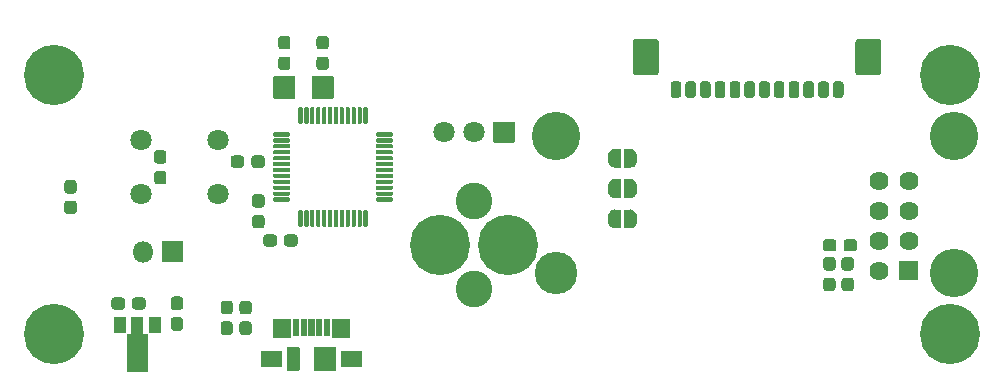
<source format=gbs>
%TF.GenerationSoftware,KiCad,Pcbnew,5.99.0-unknown-57e35c9~88~ubuntu19.10.1*%
%TF.CreationDate,2021-08-07T12:38:01-04:00*%
%TF.ProjectId,FOD,464f442e-6b69-4636-9164-5f7063625858,rev?*%
%TF.SameCoordinates,Original*%
%TF.FileFunction,Soldermask,Bot*%
%TF.FilePolarity,Negative*%
%FSLAX46Y46*%
G04 Gerber Fmt 4.6, Leading zero omitted, Abs format (unit mm)*
G04 Created by KiCad (PCBNEW 5.99.0-unknown-57e35c9~88~ubuntu19.10.1) date 2021-08-07 12:38:01*
%MOMM*%
%LPD*%
G01*
G04 APERTURE LIST*
%ADD10C,4.100000*%
%ADD11C,3.600000*%
%ADD12C,3.100000*%
%ADD13C,5.100000*%
%ADD14C,1.800000*%
%ADD15C,1.624000*%
%ADD16O,1.800000X1.800000*%
G04 APERTURE END LIST*
D10*
%TO.C,U6*%
X180654999Y-57104999D03*
X180654999Y-68744999D03*
X146954999Y-57104999D03*
D11*
X146954999Y-68744999D03*
D12*
X140004999Y-62600000D03*
X140004999Y-70049998D03*
D13*
X137154999Y-66324999D03*
X142854999Y-66324999D03*
X180354999Y-51924999D03*
X180354999Y-73924999D03*
X104454999Y-73924999D03*
X104454999Y-51924999D03*
%TD*%
%TO.C,JP3*%
G36*
X151914523Y-64954583D02*
G01*
X151772874Y-64933413D01*
X151759293Y-64929351D01*
X151629278Y-64869276D01*
X151617381Y-64861565D01*
X151509454Y-64767414D01*
X151500200Y-64756674D01*
X151423036Y-64636014D01*
X151417169Y-64623109D01*
X151376971Y-64485643D01*
X151374965Y-64470999D01*
X151375804Y-64402298D01*
X151375000Y-64399999D01*
X151375000Y-63971744D01*
X151375067Y-63971744D01*
X151374965Y-63971000D01*
X151375000Y-63968135D01*
X151375000Y-63900000D01*
X151375854Y-63898226D01*
X151376864Y-63815582D01*
X151379227Y-63800992D01*
X151422772Y-63664549D01*
X151428953Y-63651790D01*
X151509042Y-63533053D01*
X151518556Y-63522543D01*
X151628752Y-63431057D01*
X151640832Y-63423639D01*
X151772275Y-63366758D01*
X151785953Y-63363029D01*
X151928077Y-63345327D01*
X151942251Y-63345587D01*
X151969498Y-63350000D01*
X152425000Y-63350001D01*
X152464092Y-63368827D01*
X152475000Y-63400001D01*
X152475000Y-63828438D01*
X152475873Y-63835115D01*
X152475000Y-63906558D01*
X152475000Y-64328437D01*
X152475873Y-64335114D01*
X152475000Y-64406557D01*
X152474999Y-64900000D01*
X152456173Y-64939092D01*
X152424999Y-64950000D01*
X151962783Y-64950000D01*
X151928699Y-64954669D01*
X151914523Y-64954583D01*
G37*
G36*
X153214523Y-64954583D02*
G01*
X153183858Y-64950000D01*
X152725000Y-64949999D01*
X152685908Y-64931173D01*
X152675000Y-64899999D01*
X152675000Y-64471743D01*
X152675067Y-64471743D01*
X152674965Y-64470999D01*
X152675000Y-64468134D01*
X152675000Y-63971744D01*
X152675067Y-63971744D01*
X152674965Y-63971000D01*
X152675000Y-63968135D01*
X152675001Y-63400000D01*
X152693827Y-63360908D01*
X152725001Y-63350000D01*
X153190560Y-63350000D01*
X153228077Y-63345327D01*
X153242251Y-63345587D01*
X153383631Y-63368485D01*
X153397163Y-63372713D01*
X153526434Y-63434372D01*
X153538235Y-63442227D01*
X153645004Y-63537690D01*
X153654126Y-63548542D01*
X153729810Y-63670135D01*
X153735519Y-63683111D01*
X153774035Y-63821058D01*
X153775873Y-63835115D01*
X153775000Y-63906558D01*
X153775000Y-64328437D01*
X153775873Y-64335114D01*
X153774123Y-64478326D01*
X153771942Y-64492333D01*
X153730067Y-64629298D01*
X153724042Y-64642131D01*
X153645409Y-64761837D01*
X153636025Y-64772463D01*
X153526956Y-64865289D01*
X153514966Y-64872854D01*
X153384227Y-64931336D01*
X153370597Y-64935231D01*
X153228699Y-64954669D01*
X153214523Y-64954583D01*
G37*
%TD*%
%TO.C,JP2*%
G36*
X151914523Y-62379583D02*
G01*
X151772874Y-62358413D01*
X151759293Y-62354351D01*
X151629278Y-62294276D01*
X151617381Y-62286565D01*
X151509454Y-62192414D01*
X151500200Y-62181674D01*
X151423036Y-62061014D01*
X151417169Y-62048109D01*
X151376971Y-61910643D01*
X151374965Y-61895999D01*
X151375804Y-61827298D01*
X151375000Y-61824999D01*
X151375000Y-61396744D01*
X151375067Y-61396744D01*
X151374965Y-61396000D01*
X151375000Y-61393135D01*
X151375000Y-61325000D01*
X151375854Y-61323226D01*
X151376864Y-61240582D01*
X151379227Y-61225992D01*
X151422772Y-61089549D01*
X151428953Y-61076790D01*
X151509042Y-60958053D01*
X151518556Y-60947543D01*
X151628752Y-60856057D01*
X151640832Y-60848639D01*
X151772275Y-60791758D01*
X151785953Y-60788029D01*
X151928077Y-60770327D01*
X151942251Y-60770587D01*
X151969498Y-60775000D01*
X152425000Y-60775001D01*
X152464092Y-60793827D01*
X152475000Y-60825001D01*
X152475000Y-61253438D01*
X152475873Y-61260115D01*
X152475000Y-61331558D01*
X152475000Y-61753437D01*
X152475873Y-61760114D01*
X152475000Y-61831557D01*
X152474999Y-62325000D01*
X152456173Y-62364092D01*
X152424999Y-62375000D01*
X151962783Y-62375000D01*
X151928699Y-62379669D01*
X151914523Y-62379583D01*
G37*
G36*
X153214523Y-62379583D02*
G01*
X153183858Y-62375000D01*
X152725000Y-62374999D01*
X152685908Y-62356173D01*
X152675000Y-62324999D01*
X152675000Y-61896743D01*
X152675067Y-61896743D01*
X152674965Y-61895999D01*
X152675000Y-61893134D01*
X152675000Y-61396744D01*
X152675067Y-61396744D01*
X152674965Y-61396000D01*
X152675000Y-61393135D01*
X152675001Y-60825000D01*
X152693827Y-60785908D01*
X152725001Y-60775000D01*
X153190560Y-60775000D01*
X153228077Y-60770327D01*
X153242251Y-60770587D01*
X153383631Y-60793485D01*
X153397163Y-60797713D01*
X153526434Y-60859372D01*
X153538235Y-60867227D01*
X153645004Y-60962690D01*
X153654126Y-60973542D01*
X153729810Y-61095135D01*
X153735519Y-61108111D01*
X153774035Y-61246058D01*
X153775873Y-61260115D01*
X153775000Y-61331558D01*
X153775000Y-61753437D01*
X153775873Y-61760114D01*
X153774123Y-61903326D01*
X153771942Y-61917333D01*
X153730067Y-62054298D01*
X153724042Y-62067131D01*
X153645409Y-62186837D01*
X153636025Y-62197463D01*
X153526956Y-62290289D01*
X153514966Y-62297854D01*
X153384227Y-62356336D01*
X153370597Y-62360231D01*
X153228699Y-62379669D01*
X153214523Y-62379583D01*
G37*
%TD*%
%TO.C,JP1*%
G36*
X151914523Y-59804583D02*
G01*
X151772874Y-59783413D01*
X151759293Y-59779351D01*
X151629278Y-59719276D01*
X151617381Y-59711565D01*
X151509454Y-59617414D01*
X151500200Y-59606674D01*
X151423036Y-59486014D01*
X151417169Y-59473109D01*
X151376971Y-59335643D01*
X151374965Y-59320999D01*
X151375804Y-59252298D01*
X151375000Y-59249999D01*
X151375000Y-58821744D01*
X151375067Y-58821744D01*
X151374965Y-58821000D01*
X151375000Y-58818135D01*
X151375000Y-58750000D01*
X151375854Y-58748226D01*
X151376864Y-58665582D01*
X151379227Y-58650992D01*
X151422772Y-58514549D01*
X151428953Y-58501790D01*
X151509042Y-58383053D01*
X151518556Y-58372543D01*
X151628752Y-58281057D01*
X151640832Y-58273639D01*
X151772275Y-58216758D01*
X151785953Y-58213029D01*
X151928077Y-58195327D01*
X151942251Y-58195587D01*
X151969498Y-58200000D01*
X152425000Y-58200001D01*
X152464092Y-58218827D01*
X152475000Y-58250001D01*
X152475000Y-58678438D01*
X152475873Y-58685115D01*
X152475000Y-58756558D01*
X152475000Y-59178437D01*
X152475873Y-59185114D01*
X152475000Y-59256557D01*
X152474999Y-59750000D01*
X152456173Y-59789092D01*
X152424999Y-59800000D01*
X151962783Y-59800000D01*
X151928699Y-59804669D01*
X151914523Y-59804583D01*
G37*
G36*
X153214523Y-59804583D02*
G01*
X153183858Y-59800000D01*
X152725000Y-59799999D01*
X152685908Y-59781173D01*
X152675000Y-59749999D01*
X152675000Y-59321743D01*
X152675067Y-59321743D01*
X152674965Y-59320999D01*
X152675000Y-59318134D01*
X152675000Y-58821744D01*
X152675067Y-58821744D01*
X152674965Y-58821000D01*
X152675000Y-58818135D01*
X152675001Y-58250000D01*
X152693827Y-58210908D01*
X152725001Y-58200000D01*
X153190560Y-58200000D01*
X153228077Y-58195327D01*
X153242251Y-58195587D01*
X153383631Y-58218485D01*
X153397163Y-58222713D01*
X153526434Y-58284372D01*
X153538235Y-58292227D01*
X153645004Y-58387690D01*
X153654126Y-58398542D01*
X153729810Y-58520135D01*
X153735519Y-58533111D01*
X153774035Y-58671058D01*
X153775873Y-58685115D01*
X153775000Y-58756558D01*
X153775000Y-59178437D01*
X153775873Y-59185114D01*
X153774123Y-59328326D01*
X153771942Y-59342333D01*
X153730067Y-59479298D01*
X153724042Y-59492131D01*
X153645409Y-59611837D01*
X153636025Y-59622463D01*
X153526956Y-59715289D01*
X153514966Y-59722854D01*
X153384227Y-59781336D01*
X153370597Y-59785231D01*
X153228699Y-59804669D01*
X153214523Y-59804583D01*
G37*
%TD*%
%TO.C,J2*%
G36*
G01*
X172300000Y-51738200D02*
X172300000Y-49161800D01*
G75*
G02*
X172561800Y-48900000I261800J0D01*
G01*
X174238200Y-48900000D01*
G75*
G02*
X174500000Y-49161800I0J-261800D01*
G01*
X174500000Y-51738200D01*
G75*
G02*
X174238200Y-52000000I-261800J0D01*
G01*
X172561800Y-52000000D01*
G75*
G02*
X172300000Y-51738200I0J261800D01*
G01*
G37*
G36*
G01*
X153450000Y-51738200D02*
X153450000Y-49161800D01*
G75*
G02*
X153711800Y-48900000I261800J0D01*
G01*
X155388200Y-48900000D01*
G75*
G02*
X155650000Y-49161800I0J-261800D01*
G01*
X155650000Y-51738200D01*
G75*
G02*
X155388200Y-52000000I-261800J0D01*
G01*
X153711800Y-52000000D01*
G75*
G02*
X153450000Y-51738200I0J261800D01*
G01*
G37*
G36*
G01*
X170400000Y-53675000D02*
X170400000Y-52725000D01*
G75*
G02*
X170625000Y-52500000I225000J0D01*
G01*
X171075000Y-52500000D01*
G75*
G02*
X171300000Y-52725000I0J-225000D01*
G01*
X171300000Y-53675000D01*
G75*
G02*
X171075000Y-53900000I-225000J0D01*
G01*
X170625000Y-53900000D01*
G75*
G02*
X170400000Y-53675000I0J225000D01*
G01*
G37*
G36*
G01*
X169150000Y-53675000D02*
X169150000Y-52725000D01*
G75*
G02*
X169375000Y-52500000I225000J0D01*
G01*
X169825000Y-52500000D01*
G75*
G02*
X170050000Y-52725000I0J-225000D01*
G01*
X170050000Y-53675000D01*
G75*
G02*
X169825000Y-53900000I-225000J0D01*
G01*
X169375000Y-53900000D01*
G75*
G02*
X169150000Y-53675000I0J225000D01*
G01*
G37*
G36*
G01*
X167900000Y-53675000D02*
X167900000Y-52725000D01*
G75*
G02*
X168125000Y-52500000I225000J0D01*
G01*
X168575000Y-52500000D01*
G75*
G02*
X168800000Y-52725000I0J-225000D01*
G01*
X168800000Y-53675000D01*
G75*
G02*
X168575000Y-53900000I-225000J0D01*
G01*
X168125000Y-53900000D01*
G75*
G02*
X167900000Y-53675000I0J225000D01*
G01*
G37*
G36*
G01*
X166650000Y-53675000D02*
X166650000Y-52725000D01*
G75*
G02*
X166875000Y-52500000I225000J0D01*
G01*
X167325000Y-52500000D01*
G75*
G02*
X167550000Y-52725000I0J-225000D01*
G01*
X167550000Y-53675000D01*
G75*
G02*
X167325000Y-53900000I-225000J0D01*
G01*
X166875000Y-53900000D01*
G75*
G02*
X166650000Y-53675000I0J225000D01*
G01*
G37*
G36*
G01*
X165400000Y-53675000D02*
X165400000Y-52725000D01*
G75*
G02*
X165625000Y-52500000I225000J0D01*
G01*
X166075000Y-52500000D01*
G75*
G02*
X166300000Y-52725000I0J-225000D01*
G01*
X166300000Y-53675000D01*
G75*
G02*
X166075000Y-53900000I-225000J0D01*
G01*
X165625000Y-53900000D01*
G75*
G02*
X165400000Y-53675000I0J225000D01*
G01*
G37*
G36*
G01*
X164150000Y-53675000D02*
X164150000Y-52725000D01*
G75*
G02*
X164375000Y-52500000I225000J0D01*
G01*
X164825000Y-52500000D01*
G75*
G02*
X165050000Y-52725000I0J-225000D01*
G01*
X165050000Y-53675000D01*
G75*
G02*
X164825000Y-53900000I-225000J0D01*
G01*
X164375000Y-53900000D01*
G75*
G02*
X164150000Y-53675000I0J225000D01*
G01*
G37*
G36*
G01*
X162900000Y-53675000D02*
X162900000Y-52725000D01*
G75*
G02*
X163125000Y-52500000I225000J0D01*
G01*
X163575000Y-52500000D01*
G75*
G02*
X163800000Y-52725000I0J-225000D01*
G01*
X163800000Y-53675000D01*
G75*
G02*
X163575000Y-53900000I-225000J0D01*
G01*
X163125000Y-53900000D01*
G75*
G02*
X162900000Y-53675000I0J225000D01*
G01*
G37*
G36*
G01*
X161650000Y-53675000D02*
X161650000Y-52725000D01*
G75*
G02*
X161875000Y-52500000I225000J0D01*
G01*
X162325000Y-52500000D01*
G75*
G02*
X162550000Y-52725000I0J-225000D01*
G01*
X162550000Y-53675000D01*
G75*
G02*
X162325000Y-53900000I-225000J0D01*
G01*
X161875000Y-53900000D01*
G75*
G02*
X161650000Y-53675000I0J225000D01*
G01*
G37*
G36*
G01*
X160400000Y-53675000D02*
X160400000Y-52725000D01*
G75*
G02*
X160625000Y-52500000I225000J0D01*
G01*
X161075000Y-52500000D01*
G75*
G02*
X161300000Y-52725000I0J-225000D01*
G01*
X161300000Y-53675000D01*
G75*
G02*
X161075000Y-53900000I-225000J0D01*
G01*
X160625000Y-53900000D01*
G75*
G02*
X160400000Y-53675000I0J225000D01*
G01*
G37*
G36*
G01*
X159150000Y-53675000D02*
X159150000Y-52725000D01*
G75*
G02*
X159375000Y-52500000I225000J0D01*
G01*
X159825000Y-52500000D01*
G75*
G02*
X160050000Y-52725000I0J-225000D01*
G01*
X160050000Y-53675000D01*
G75*
G02*
X159825000Y-53900000I-225000J0D01*
G01*
X159375000Y-53900000D01*
G75*
G02*
X159150000Y-53675000I0J225000D01*
G01*
G37*
G36*
G01*
X157900000Y-53675000D02*
X157900000Y-52725000D01*
G75*
G02*
X158125000Y-52500000I225000J0D01*
G01*
X158575000Y-52500000D01*
G75*
G02*
X158800000Y-52725000I0J-225000D01*
G01*
X158800000Y-53675000D01*
G75*
G02*
X158575000Y-53900000I-225000J0D01*
G01*
X158125000Y-53900000D01*
G75*
G02*
X157900000Y-53675000I0J225000D01*
G01*
G37*
G36*
G01*
X156650000Y-53675000D02*
X156650000Y-52725000D01*
G75*
G02*
X156875000Y-52500000I225000J0D01*
G01*
X157325000Y-52500000D01*
G75*
G02*
X157550000Y-52725000I0J-225000D01*
G01*
X157550000Y-53675000D01*
G75*
G02*
X157325000Y-53900000I-225000J0D01*
G01*
X156875000Y-53900000D01*
G75*
G02*
X156650000Y-53675000I0J225000D01*
G01*
G37*
%TD*%
%TO.C,U1*%
G36*
G01*
X124425000Y-56875000D02*
X124425000Y-57125000D01*
G75*
G02*
X124375000Y-57175000I-50000J0D01*
G01*
X123075000Y-57175000D01*
G75*
G02*
X123025000Y-57125000I0J50000D01*
G01*
X123025000Y-56875000D01*
G75*
G02*
X123075000Y-56825000I50000J0D01*
G01*
X124375000Y-56825000D01*
G75*
G02*
X124425000Y-56875000I0J-50000D01*
G01*
G37*
G36*
G01*
X124425000Y-57375000D02*
X124425000Y-57625000D01*
G75*
G02*
X124375000Y-57675000I-50000J0D01*
G01*
X123075000Y-57675000D01*
G75*
G02*
X123025000Y-57625000I0J50000D01*
G01*
X123025000Y-57375000D01*
G75*
G02*
X123075000Y-57325000I50000J0D01*
G01*
X124375000Y-57325000D01*
G75*
G02*
X124425000Y-57375000I0J-50000D01*
G01*
G37*
G36*
G01*
X124425000Y-57875000D02*
X124425000Y-58125000D01*
G75*
G02*
X124375000Y-58175000I-50000J0D01*
G01*
X123075000Y-58175000D01*
G75*
G02*
X123025000Y-58125000I0J50000D01*
G01*
X123025000Y-57875000D01*
G75*
G02*
X123075000Y-57825000I50000J0D01*
G01*
X124375000Y-57825000D01*
G75*
G02*
X124425000Y-57875000I0J-50000D01*
G01*
G37*
G36*
G01*
X124425000Y-58375000D02*
X124425000Y-58625000D01*
G75*
G02*
X124375000Y-58675000I-50000J0D01*
G01*
X123075000Y-58675000D01*
G75*
G02*
X123025000Y-58625000I0J50000D01*
G01*
X123025000Y-58375000D01*
G75*
G02*
X123075000Y-58325000I50000J0D01*
G01*
X124375000Y-58325000D01*
G75*
G02*
X124425000Y-58375000I0J-50000D01*
G01*
G37*
G36*
G01*
X124425000Y-58875000D02*
X124425000Y-59125000D01*
G75*
G02*
X124375000Y-59175000I-50000J0D01*
G01*
X123075000Y-59175000D01*
G75*
G02*
X123025000Y-59125000I0J50000D01*
G01*
X123025000Y-58875000D01*
G75*
G02*
X123075000Y-58825000I50000J0D01*
G01*
X124375000Y-58825000D01*
G75*
G02*
X124425000Y-58875000I0J-50000D01*
G01*
G37*
G36*
G01*
X124425000Y-59375000D02*
X124425000Y-59625000D01*
G75*
G02*
X124375000Y-59675000I-50000J0D01*
G01*
X123075000Y-59675000D01*
G75*
G02*
X123025000Y-59625000I0J50000D01*
G01*
X123025000Y-59375000D01*
G75*
G02*
X123075000Y-59325000I50000J0D01*
G01*
X124375000Y-59325000D01*
G75*
G02*
X124425000Y-59375000I0J-50000D01*
G01*
G37*
G36*
G01*
X124425000Y-59875000D02*
X124425000Y-60125000D01*
G75*
G02*
X124375000Y-60175000I-50000J0D01*
G01*
X123075000Y-60175000D01*
G75*
G02*
X123025000Y-60125000I0J50000D01*
G01*
X123025000Y-59875000D01*
G75*
G02*
X123075000Y-59825000I50000J0D01*
G01*
X124375000Y-59825000D01*
G75*
G02*
X124425000Y-59875000I0J-50000D01*
G01*
G37*
G36*
G01*
X124425000Y-60375000D02*
X124425000Y-60625000D01*
G75*
G02*
X124375000Y-60675000I-50000J0D01*
G01*
X123075000Y-60675000D01*
G75*
G02*
X123025000Y-60625000I0J50000D01*
G01*
X123025000Y-60375000D01*
G75*
G02*
X123075000Y-60325000I50000J0D01*
G01*
X124375000Y-60325000D01*
G75*
G02*
X124425000Y-60375000I0J-50000D01*
G01*
G37*
G36*
G01*
X124425000Y-60875000D02*
X124425000Y-61125000D01*
G75*
G02*
X124375000Y-61175000I-50000J0D01*
G01*
X123075000Y-61175000D01*
G75*
G02*
X123025000Y-61125000I0J50000D01*
G01*
X123025000Y-60875000D01*
G75*
G02*
X123075000Y-60825000I50000J0D01*
G01*
X124375000Y-60825000D01*
G75*
G02*
X124425000Y-60875000I0J-50000D01*
G01*
G37*
G36*
G01*
X124425000Y-61375000D02*
X124425000Y-61625000D01*
G75*
G02*
X124375000Y-61675000I-50000J0D01*
G01*
X123075000Y-61675000D01*
G75*
G02*
X123025000Y-61625000I0J50000D01*
G01*
X123025000Y-61375000D01*
G75*
G02*
X123075000Y-61325000I50000J0D01*
G01*
X124375000Y-61325000D01*
G75*
G02*
X124425000Y-61375000I0J-50000D01*
G01*
G37*
G36*
G01*
X124425000Y-61875000D02*
X124425000Y-62125000D01*
G75*
G02*
X124375000Y-62175000I-50000J0D01*
G01*
X123075000Y-62175000D01*
G75*
G02*
X123025000Y-62125000I0J50000D01*
G01*
X123025000Y-61875000D01*
G75*
G02*
X123075000Y-61825000I50000J0D01*
G01*
X124375000Y-61825000D01*
G75*
G02*
X124425000Y-61875000I0J-50000D01*
G01*
G37*
G36*
G01*
X124425000Y-62375000D02*
X124425000Y-62625000D01*
G75*
G02*
X124375000Y-62675000I-50000J0D01*
G01*
X123075000Y-62675000D01*
G75*
G02*
X123025000Y-62625000I0J50000D01*
G01*
X123025000Y-62375000D01*
G75*
G02*
X123075000Y-62325000I50000J0D01*
G01*
X124375000Y-62325000D01*
G75*
G02*
X124425000Y-62375000I0J-50000D01*
G01*
G37*
G36*
G01*
X125200000Y-63400000D02*
X125450000Y-63400000D01*
G75*
G02*
X125500000Y-63450000I0J-50000D01*
G01*
X125500000Y-64750000D01*
G75*
G02*
X125450000Y-64800000I-50000J0D01*
G01*
X125200000Y-64800000D01*
G75*
G02*
X125150000Y-64750000I0J50000D01*
G01*
X125150000Y-63450000D01*
G75*
G02*
X125200000Y-63400000I50000J0D01*
G01*
G37*
G36*
G01*
X125700000Y-63400000D02*
X125950000Y-63400000D01*
G75*
G02*
X126000000Y-63450000I0J-50000D01*
G01*
X126000000Y-64750000D01*
G75*
G02*
X125950000Y-64800000I-50000J0D01*
G01*
X125700000Y-64800000D01*
G75*
G02*
X125650000Y-64750000I0J50000D01*
G01*
X125650000Y-63450000D01*
G75*
G02*
X125700000Y-63400000I50000J0D01*
G01*
G37*
G36*
G01*
X126200000Y-63400000D02*
X126450000Y-63400000D01*
G75*
G02*
X126500000Y-63450000I0J-50000D01*
G01*
X126500000Y-64750000D01*
G75*
G02*
X126450000Y-64800000I-50000J0D01*
G01*
X126200000Y-64800000D01*
G75*
G02*
X126150000Y-64750000I0J50000D01*
G01*
X126150000Y-63450000D01*
G75*
G02*
X126200000Y-63400000I50000J0D01*
G01*
G37*
G36*
G01*
X126700000Y-63400000D02*
X126950000Y-63400000D01*
G75*
G02*
X127000000Y-63450000I0J-50000D01*
G01*
X127000000Y-64750000D01*
G75*
G02*
X126950000Y-64800000I-50000J0D01*
G01*
X126700000Y-64800000D01*
G75*
G02*
X126650000Y-64750000I0J50000D01*
G01*
X126650000Y-63450000D01*
G75*
G02*
X126700000Y-63400000I50000J0D01*
G01*
G37*
G36*
G01*
X127200000Y-63400000D02*
X127450000Y-63400000D01*
G75*
G02*
X127500000Y-63450000I0J-50000D01*
G01*
X127500000Y-64750000D01*
G75*
G02*
X127450000Y-64800000I-50000J0D01*
G01*
X127200000Y-64800000D01*
G75*
G02*
X127150000Y-64750000I0J50000D01*
G01*
X127150000Y-63450000D01*
G75*
G02*
X127200000Y-63400000I50000J0D01*
G01*
G37*
G36*
G01*
X127700000Y-63400000D02*
X127950000Y-63400000D01*
G75*
G02*
X128000000Y-63450000I0J-50000D01*
G01*
X128000000Y-64750000D01*
G75*
G02*
X127950000Y-64800000I-50000J0D01*
G01*
X127700000Y-64800000D01*
G75*
G02*
X127650000Y-64750000I0J50000D01*
G01*
X127650000Y-63450000D01*
G75*
G02*
X127700000Y-63400000I50000J0D01*
G01*
G37*
G36*
G01*
X128200000Y-63400000D02*
X128450000Y-63400000D01*
G75*
G02*
X128500000Y-63450000I0J-50000D01*
G01*
X128500000Y-64750000D01*
G75*
G02*
X128450000Y-64800000I-50000J0D01*
G01*
X128200000Y-64800000D01*
G75*
G02*
X128150000Y-64750000I0J50000D01*
G01*
X128150000Y-63450000D01*
G75*
G02*
X128200000Y-63400000I50000J0D01*
G01*
G37*
G36*
G01*
X128700000Y-63400000D02*
X128950000Y-63400000D01*
G75*
G02*
X129000000Y-63450000I0J-50000D01*
G01*
X129000000Y-64750000D01*
G75*
G02*
X128950000Y-64800000I-50000J0D01*
G01*
X128700000Y-64800000D01*
G75*
G02*
X128650000Y-64750000I0J50000D01*
G01*
X128650000Y-63450000D01*
G75*
G02*
X128700000Y-63400000I50000J0D01*
G01*
G37*
G36*
G01*
X129200000Y-63400000D02*
X129450000Y-63400000D01*
G75*
G02*
X129500000Y-63450000I0J-50000D01*
G01*
X129500000Y-64750000D01*
G75*
G02*
X129450000Y-64800000I-50000J0D01*
G01*
X129200000Y-64800000D01*
G75*
G02*
X129150000Y-64750000I0J50000D01*
G01*
X129150000Y-63450000D01*
G75*
G02*
X129200000Y-63400000I50000J0D01*
G01*
G37*
G36*
G01*
X129700000Y-63400000D02*
X129950000Y-63400000D01*
G75*
G02*
X130000000Y-63450000I0J-50000D01*
G01*
X130000000Y-64750000D01*
G75*
G02*
X129950000Y-64800000I-50000J0D01*
G01*
X129700000Y-64800000D01*
G75*
G02*
X129650000Y-64750000I0J50000D01*
G01*
X129650000Y-63450000D01*
G75*
G02*
X129700000Y-63400000I50000J0D01*
G01*
G37*
G36*
G01*
X130200000Y-63400000D02*
X130450000Y-63400000D01*
G75*
G02*
X130500000Y-63450000I0J-50000D01*
G01*
X130500000Y-64750000D01*
G75*
G02*
X130450000Y-64800000I-50000J0D01*
G01*
X130200000Y-64800000D01*
G75*
G02*
X130150000Y-64750000I0J50000D01*
G01*
X130150000Y-63450000D01*
G75*
G02*
X130200000Y-63400000I50000J0D01*
G01*
G37*
G36*
G01*
X130700000Y-63400000D02*
X130950000Y-63400000D01*
G75*
G02*
X131000000Y-63450000I0J-50000D01*
G01*
X131000000Y-64750000D01*
G75*
G02*
X130950000Y-64800000I-50000J0D01*
G01*
X130700000Y-64800000D01*
G75*
G02*
X130650000Y-64750000I0J50000D01*
G01*
X130650000Y-63450000D01*
G75*
G02*
X130700000Y-63400000I50000J0D01*
G01*
G37*
G36*
G01*
X133125000Y-62375000D02*
X133125000Y-62625000D01*
G75*
G02*
X133075000Y-62675000I-50000J0D01*
G01*
X131775000Y-62675000D01*
G75*
G02*
X131725000Y-62625000I0J50000D01*
G01*
X131725000Y-62375000D01*
G75*
G02*
X131775000Y-62325000I50000J0D01*
G01*
X133075000Y-62325000D01*
G75*
G02*
X133125000Y-62375000I0J-50000D01*
G01*
G37*
G36*
G01*
X133125000Y-61875000D02*
X133125000Y-62125000D01*
G75*
G02*
X133075000Y-62175000I-50000J0D01*
G01*
X131775000Y-62175000D01*
G75*
G02*
X131725000Y-62125000I0J50000D01*
G01*
X131725000Y-61875000D01*
G75*
G02*
X131775000Y-61825000I50000J0D01*
G01*
X133075000Y-61825000D01*
G75*
G02*
X133125000Y-61875000I0J-50000D01*
G01*
G37*
G36*
G01*
X133125000Y-61375000D02*
X133125000Y-61625000D01*
G75*
G02*
X133075000Y-61675000I-50000J0D01*
G01*
X131775000Y-61675000D01*
G75*
G02*
X131725000Y-61625000I0J50000D01*
G01*
X131725000Y-61375000D01*
G75*
G02*
X131775000Y-61325000I50000J0D01*
G01*
X133075000Y-61325000D01*
G75*
G02*
X133125000Y-61375000I0J-50000D01*
G01*
G37*
G36*
G01*
X133125000Y-60875000D02*
X133125000Y-61125000D01*
G75*
G02*
X133075000Y-61175000I-50000J0D01*
G01*
X131775000Y-61175000D01*
G75*
G02*
X131725000Y-61125000I0J50000D01*
G01*
X131725000Y-60875000D01*
G75*
G02*
X131775000Y-60825000I50000J0D01*
G01*
X133075000Y-60825000D01*
G75*
G02*
X133125000Y-60875000I0J-50000D01*
G01*
G37*
G36*
G01*
X133125000Y-60375000D02*
X133125000Y-60625000D01*
G75*
G02*
X133075000Y-60675000I-50000J0D01*
G01*
X131775000Y-60675000D01*
G75*
G02*
X131725000Y-60625000I0J50000D01*
G01*
X131725000Y-60375000D01*
G75*
G02*
X131775000Y-60325000I50000J0D01*
G01*
X133075000Y-60325000D01*
G75*
G02*
X133125000Y-60375000I0J-50000D01*
G01*
G37*
G36*
G01*
X133125000Y-59875000D02*
X133125000Y-60125000D01*
G75*
G02*
X133075000Y-60175000I-50000J0D01*
G01*
X131775000Y-60175000D01*
G75*
G02*
X131725000Y-60125000I0J50000D01*
G01*
X131725000Y-59875000D01*
G75*
G02*
X131775000Y-59825000I50000J0D01*
G01*
X133075000Y-59825000D01*
G75*
G02*
X133125000Y-59875000I0J-50000D01*
G01*
G37*
G36*
G01*
X133125000Y-59375000D02*
X133125000Y-59625000D01*
G75*
G02*
X133075000Y-59675000I-50000J0D01*
G01*
X131775000Y-59675000D01*
G75*
G02*
X131725000Y-59625000I0J50000D01*
G01*
X131725000Y-59375000D01*
G75*
G02*
X131775000Y-59325000I50000J0D01*
G01*
X133075000Y-59325000D01*
G75*
G02*
X133125000Y-59375000I0J-50000D01*
G01*
G37*
G36*
G01*
X133125000Y-58875000D02*
X133125000Y-59125000D01*
G75*
G02*
X133075000Y-59175000I-50000J0D01*
G01*
X131775000Y-59175000D01*
G75*
G02*
X131725000Y-59125000I0J50000D01*
G01*
X131725000Y-58875000D01*
G75*
G02*
X131775000Y-58825000I50000J0D01*
G01*
X133075000Y-58825000D01*
G75*
G02*
X133125000Y-58875000I0J-50000D01*
G01*
G37*
G36*
G01*
X133125000Y-58375000D02*
X133125000Y-58625000D01*
G75*
G02*
X133075000Y-58675000I-50000J0D01*
G01*
X131775000Y-58675000D01*
G75*
G02*
X131725000Y-58625000I0J50000D01*
G01*
X131725000Y-58375000D01*
G75*
G02*
X131775000Y-58325000I50000J0D01*
G01*
X133075000Y-58325000D01*
G75*
G02*
X133125000Y-58375000I0J-50000D01*
G01*
G37*
G36*
G01*
X133125000Y-57875000D02*
X133125000Y-58125000D01*
G75*
G02*
X133075000Y-58175000I-50000J0D01*
G01*
X131775000Y-58175000D01*
G75*
G02*
X131725000Y-58125000I0J50000D01*
G01*
X131725000Y-57875000D01*
G75*
G02*
X131775000Y-57825000I50000J0D01*
G01*
X133075000Y-57825000D01*
G75*
G02*
X133125000Y-57875000I0J-50000D01*
G01*
G37*
G36*
G01*
X133125000Y-57375000D02*
X133125000Y-57625000D01*
G75*
G02*
X133075000Y-57675000I-50000J0D01*
G01*
X131775000Y-57675000D01*
G75*
G02*
X131725000Y-57625000I0J50000D01*
G01*
X131725000Y-57375000D01*
G75*
G02*
X131775000Y-57325000I50000J0D01*
G01*
X133075000Y-57325000D01*
G75*
G02*
X133125000Y-57375000I0J-50000D01*
G01*
G37*
G36*
G01*
X133125000Y-56875000D02*
X133125000Y-57125000D01*
G75*
G02*
X133075000Y-57175000I-50000J0D01*
G01*
X131775000Y-57175000D01*
G75*
G02*
X131725000Y-57125000I0J50000D01*
G01*
X131725000Y-56875000D01*
G75*
G02*
X131775000Y-56825000I50000J0D01*
G01*
X133075000Y-56825000D01*
G75*
G02*
X133125000Y-56875000I0J-50000D01*
G01*
G37*
G36*
G01*
X130700000Y-54700000D02*
X130950000Y-54700000D01*
G75*
G02*
X131000000Y-54750000I0J-50000D01*
G01*
X131000000Y-56050000D01*
G75*
G02*
X130950000Y-56100000I-50000J0D01*
G01*
X130700000Y-56100000D01*
G75*
G02*
X130650000Y-56050000I0J50000D01*
G01*
X130650000Y-54750000D01*
G75*
G02*
X130700000Y-54700000I50000J0D01*
G01*
G37*
G36*
G01*
X130200000Y-54700000D02*
X130450000Y-54700000D01*
G75*
G02*
X130500000Y-54750000I0J-50000D01*
G01*
X130500000Y-56050000D01*
G75*
G02*
X130450000Y-56100000I-50000J0D01*
G01*
X130200000Y-56100000D01*
G75*
G02*
X130150000Y-56050000I0J50000D01*
G01*
X130150000Y-54750000D01*
G75*
G02*
X130200000Y-54700000I50000J0D01*
G01*
G37*
G36*
G01*
X129700000Y-54700000D02*
X129950000Y-54700000D01*
G75*
G02*
X130000000Y-54750000I0J-50000D01*
G01*
X130000000Y-56050000D01*
G75*
G02*
X129950000Y-56100000I-50000J0D01*
G01*
X129700000Y-56100000D01*
G75*
G02*
X129650000Y-56050000I0J50000D01*
G01*
X129650000Y-54750000D01*
G75*
G02*
X129700000Y-54700000I50000J0D01*
G01*
G37*
G36*
G01*
X129200000Y-54700000D02*
X129450000Y-54700000D01*
G75*
G02*
X129500000Y-54750000I0J-50000D01*
G01*
X129500000Y-56050000D01*
G75*
G02*
X129450000Y-56100000I-50000J0D01*
G01*
X129200000Y-56100000D01*
G75*
G02*
X129150000Y-56050000I0J50000D01*
G01*
X129150000Y-54750000D01*
G75*
G02*
X129200000Y-54700000I50000J0D01*
G01*
G37*
G36*
G01*
X128700000Y-54700000D02*
X128950000Y-54700000D01*
G75*
G02*
X129000000Y-54750000I0J-50000D01*
G01*
X129000000Y-56050000D01*
G75*
G02*
X128950000Y-56100000I-50000J0D01*
G01*
X128700000Y-56100000D01*
G75*
G02*
X128650000Y-56050000I0J50000D01*
G01*
X128650000Y-54750000D01*
G75*
G02*
X128700000Y-54700000I50000J0D01*
G01*
G37*
G36*
G01*
X128200000Y-54700000D02*
X128450000Y-54700000D01*
G75*
G02*
X128500000Y-54750000I0J-50000D01*
G01*
X128500000Y-56050000D01*
G75*
G02*
X128450000Y-56100000I-50000J0D01*
G01*
X128200000Y-56100000D01*
G75*
G02*
X128150000Y-56050000I0J50000D01*
G01*
X128150000Y-54750000D01*
G75*
G02*
X128200000Y-54700000I50000J0D01*
G01*
G37*
G36*
G01*
X127700000Y-54700000D02*
X127950000Y-54700000D01*
G75*
G02*
X128000000Y-54750000I0J-50000D01*
G01*
X128000000Y-56050000D01*
G75*
G02*
X127950000Y-56100000I-50000J0D01*
G01*
X127700000Y-56100000D01*
G75*
G02*
X127650000Y-56050000I0J50000D01*
G01*
X127650000Y-54750000D01*
G75*
G02*
X127700000Y-54700000I50000J0D01*
G01*
G37*
G36*
G01*
X127200000Y-54700000D02*
X127450000Y-54700000D01*
G75*
G02*
X127500000Y-54750000I0J-50000D01*
G01*
X127500000Y-56050000D01*
G75*
G02*
X127450000Y-56100000I-50000J0D01*
G01*
X127200000Y-56100000D01*
G75*
G02*
X127150000Y-56050000I0J50000D01*
G01*
X127150000Y-54750000D01*
G75*
G02*
X127200000Y-54700000I50000J0D01*
G01*
G37*
G36*
G01*
X126700000Y-54700000D02*
X126950000Y-54700000D01*
G75*
G02*
X127000000Y-54750000I0J-50000D01*
G01*
X127000000Y-56050000D01*
G75*
G02*
X126950000Y-56100000I-50000J0D01*
G01*
X126700000Y-56100000D01*
G75*
G02*
X126650000Y-56050000I0J50000D01*
G01*
X126650000Y-54750000D01*
G75*
G02*
X126700000Y-54700000I50000J0D01*
G01*
G37*
G36*
G01*
X126200000Y-54700000D02*
X126450000Y-54700000D01*
G75*
G02*
X126500000Y-54750000I0J-50000D01*
G01*
X126500000Y-56050000D01*
G75*
G02*
X126450000Y-56100000I-50000J0D01*
G01*
X126200000Y-56100000D01*
G75*
G02*
X126150000Y-56050000I0J50000D01*
G01*
X126150000Y-54750000D01*
G75*
G02*
X126200000Y-54700000I50000J0D01*
G01*
G37*
G36*
G01*
X125700000Y-54700000D02*
X125950000Y-54700000D01*
G75*
G02*
X126000000Y-54750000I0J-50000D01*
G01*
X126000000Y-56050000D01*
G75*
G02*
X125950000Y-56100000I-50000J0D01*
G01*
X125700000Y-56100000D01*
G75*
G02*
X125650000Y-56050000I0J50000D01*
G01*
X125650000Y-54750000D01*
G75*
G02*
X125700000Y-54700000I50000J0D01*
G01*
G37*
G36*
G01*
X125200000Y-54700000D02*
X125450000Y-54700000D01*
G75*
G02*
X125500000Y-54750000I0J-50000D01*
G01*
X125500000Y-56050000D01*
G75*
G02*
X125450000Y-56100000I-50000J0D01*
G01*
X125200000Y-56100000D01*
G75*
G02*
X125150000Y-56050000I0J50000D01*
G01*
X125150000Y-54750000D01*
G75*
G02*
X125200000Y-54700000I50000J0D01*
G01*
G37*
%TD*%
%TO.C,R7*%
G36*
G01*
X171300000Y-66637500D02*
X171300000Y-66112500D01*
G75*
G02*
X171562500Y-65850000I262500J0D01*
G01*
X172187500Y-65850000D01*
G75*
G02*
X172450000Y-66112500I0J-262500D01*
G01*
X172450000Y-66637500D01*
G75*
G02*
X172187500Y-66900000I-262500J0D01*
G01*
X171562500Y-66900000D01*
G75*
G02*
X171300000Y-66637500I0J262500D01*
G01*
G37*
G36*
G01*
X169550000Y-66637500D02*
X169550000Y-66112500D01*
G75*
G02*
X169812500Y-65850000I262500J0D01*
G01*
X170437500Y-65850000D01*
G75*
G02*
X170700000Y-66112500I0J-262500D01*
G01*
X170700000Y-66637500D01*
G75*
G02*
X170437500Y-66900000I-262500J0D01*
G01*
X169812500Y-66900000D01*
G75*
G02*
X169550000Y-66637500I0J262500D01*
G01*
G37*
%TD*%
%TO.C,Y1*%
G36*
G01*
X126275000Y-53900000D02*
X126275000Y-52100000D01*
G75*
G02*
X126325000Y-52050000I50000J0D01*
G01*
X128075000Y-52050000D01*
G75*
G02*
X128125000Y-52100000I0J-50000D01*
G01*
X128125000Y-53900000D01*
G75*
G02*
X128075000Y-53950000I-50000J0D01*
G01*
X126325000Y-53950000D01*
G75*
G02*
X126275000Y-53900000I0J50000D01*
G01*
G37*
G36*
G01*
X123025000Y-53900000D02*
X123025000Y-52100000D01*
G75*
G02*
X123075000Y-52050000I50000J0D01*
G01*
X124825000Y-52050000D01*
G75*
G02*
X124875000Y-52100000I0J-50000D01*
G01*
X124875000Y-53900000D01*
G75*
G02*
X124825000Y-53950000I-50000J0D01*
G01*
X123075000Y-53950000D01*
G75*
G02*
X123025000Y-53900000I0J50000D01*
G01*
G37*
%TD*%
D14*
%TO.C,U4*%
X137464999Y-56800000D03*
X140004999Y-56800000D03*
G36*
G01*
X141694999Y-55900000D02*
X143394999Y-55900000D01*
G75*
G02*
X143444999Y-55950000I0J-50000D01*
G01*
X143444999Y-57650000D01*
G75*
G02*
X143394999Y-57700000I-50000J0D01*
G01*
X141694999Y-57700000D01*
G75*
G02*
X141644999Y-57650000I0J50000D01*
G01*
X141644999Y-55950000D01*
G75*
G02*
X141694999Y-55900000I50000J0D01*
G01*
G37*
%TD*%
D15*
%TO.C,U3*%
X174260000Y-60905000D03*
X176800000Y-60905000D03*
X174260000Y-63445000D03*
X176800000Y-63445000D03*
X174260000Y-65985000D03*
X176800000Y-65985000D03*
X174260000Y-68525000D03*
G36*
G01*
X177612000Y-67763000D02*
X177612000Y-69287000D01*
G75*
G02*
X177562000Y-69337000I-50000J0D01*
G01*
X176038000Y-69337000D01*
G75*
G02*
X175988000Y-69287000I0J50000D01*
G01*
X175988000Y-67763000D01*
G75*
G02*
X176038000Y-67713000I50000J0D01*
G01*
X177562000Y-67713000D01*
G75*
G02*
X177612000Y-67763000I0J-50000D01*
G01*
G37*
%TD*%
%TO.C,U2*%
G36*
X112410173Y-77101592D02*
G01*
X112378999Y-77112500D01*
X110646000Y-77112500D01*
X110606908Y-77093674D01*
X110596000Y-77062500D01*
X110596000Y-73937499D01*
X110614826Y-73898407D01*
X110646000Y-73887499D01*
X111012500Y-73887499D01*
X111012501Y-72462500D01*
X111031327Y-72423408D01*
X111062501Y-72412500D01*
X111962500Y-72412501D01*
X112001592Y-72431327D01*
X112012500Y-72462501D01*
X112012499Y-73887500D01*
X112378999Y-73887500D01*
X112418091Y-73906326D01*
X112428999Y-73937500D01*
X112428999Y-77062500D01*
X112410173Y-77101592D01*
G37*
G36*
G01*
X112562500Y-72412500D02*
X113462500Y-72412500D01*
G75*
G02*
X113512500Y-72462500I0J-50000D01*
G01*
X113512500Y-73762500D01*
G75*
G02*
X113462500Y-73812500I-50000J0D01*
G01*
X112562500Y-73812500D01*
G75*
G02*
X112512500Y-73762500I0J50000D01*
G01*
X112512500Y-72462500D01*
G75*
G02*
X112562500Y-72412500I50000J0D01*
G01*
G37*
G36*
G01*
X109562500Y-72412500D02*
X110462500Y-72412500D01*
G75*
G02*
X110512500Y-72462500I0J-50000D01*
G01*
X110512500Y-73762500D01*
G75*
G02*
X110462500Y-73812500I-50000J0D01*
G01*
X109562500Y-73812500D01*
G75*
G02*
X109512500Y-73762500I0J50000D01*
G01*
X109512500Y-72462500D01*
G75*
G02*
X109562500Y-72412500I50000J0D01*
G01*
G37*
%TD*%
D14*
%TO.C,SW1*%
X111800000Y-57500000D03*
X118300000Y-57500000D03*
X111800000Y-62000000D03*
X118300000Y-62000000D03*
%TD*%
%TO.C,R4*%
G36*
G01*
X121487500Y-63800000D02*
X122012500Y-63800000D01*
G75*
G02*
X122275000Y-64062500I0J-262500D01*
G01*
X122275000Y-64687500D01*
G75*
G02*
X122012500Y-64950000I-262500J0D01*
G01*
X121487500Y-64950000D01*
G75*
G02*
X121225000Y-64687500I0J262500D01*
G01*
X121225000Y-64062500D01*
G75*
G02*
X121487500Y-63800000I262500J0D01*
G01*
G37*
G36*
G01*
X121487500Y-62050000D02*
X122012500Y-62050000D01*
G75*
G02*
X122275000Y-62312500I0J-262500D01*
G01*
X122275000Y-62937500D01*
G75*
G02*
X122012500Y-63200000I-262500J0D01*
G01*
X121487500Y-63200000D01*
G75*
G02*
X121225000Y-62937500I0J262500D01*
G01*
X121225000Y-62312500D01*
G75*
G02*
X121487500Y-62050000I262500J0D01*
G01*
G37*
%TD*%
%TO.C,R3*%
G36*
G01*
X120937500Y-72225000D02*
X120412500Y-72225000D01*
G75*
G02*
X120150000Y-71962500I0J262500D01*
G01*
X120150000Y-71337500D01*
G75*
G02*
X120412500Y-71075000I262500J0D01*
G01*
X120937500Y-71075000D01*
G75*
G02*
X121200000Y-71337500I0J-262500D01*
G01*
X121200000Y-71962500D01*
G75*
G02*
X120937500Y-72225000I-262500J0D01*
G01*
G37*
G36*
G01*
X120937500Y-73975000D02*
X120412500Y-73975000D01*
G75*
G02*
X120150000Y-73712500I0J262500D01*
G01*
X120150000Y-73087500D01*
G75*
G02*
X120412500Y-72825000I262500J0D01*
G01*
X120937500Y-72825000D01*
G75*
G02*
X121200000Y-73087500I0J-262500D01*
G01*
X121200000Y-73712500D01*
G75*
G02*
X120937500Y-73975000I-262500J0D01*
G01*
G37*
%TD*%
%TO.C,R1*%
G36*
G01*
X105587500Y-62599999D02*
X106112500Y-62599999D01*
G75*
G02*
X106375000Y-62862499I0J-262500D01*
G01*
X106375000Y-63487499D01*
G75*
G02*
X106112500Y-63749999I-262500J0D01*
G01*
X105587500Y-63749999D01*
G75*
G02*
X105325000Y-63487499I0J262500D01*
G01*
X105325000Y-62862499D01*
G75*
G02*
X105587500Y-62599999I262500J0D01*
G01*
G37*
G36*
G01*
X105587500Y-60849999D02*
X106112500Y-60849999D01*
G75*
G02*
X106375000Y-61112499I0J-262500D01*
G01*
X106375000Y-61737499D01*
G75*
G02*
X106112500Y-61999999I-262500J0D01*
G01*
X105587500Y-61999999D01*
G75*
G02*
X105325000Y-61737499I0J262500D01*
G01*
X105325000Y-61112499D01*
G75*
G02*
X105587500Y-60849999I262500J0D01*
G01*
G37*
%TD*%
D16*
%TO.C,J3*%
X111960000Y-66925000D03*
G36*
G01*
X113650000Y-66025000D02*
X115350000Y-66025000D01*
G75*
G02*
X115400000Y-66075000I0J-50000D01*
G01*
X115400000Y-67775000D01*
G75*
G02*
X115350000Y-67825000I-50000J0D01*
G01*
X113650000Y-67825000D01*
G75*
G02*
X113600000Y-67775000I0J50000D01*
G01*
X113600000Y-66075000D01*
G75*
G02*
X113650000Y-66025000I50000J0D01*
G01*
G37*
%TD*%
%TO.C,J1*%
G36*
G01*
X125250000Y-75050000D02*
X125250000Y-76950000D01*
G75*
G02*
X125200000Y-77000000I-50000J0D01*
G01*
X124200000Y-77000000D01*
G75*
G02*
X124150000Y-76950000I0J50000D01*
G01*
X124150000Y-75050000D01*
G75*
G02*
X124200000Y-75000000I50000J0D01*
G01*
X125200000Y-75000000D01*
G75*
G02*
X125250000Y-75050000I0J-50000D01*
G01*
G37*
G36*
G01*
X128350000Y-75050000D02*
X128350000Y-76950000D01*
G75*
G02*
X128300000Y-77000000I-50000J0D01*
G01*
X126500000Y-77000000D01*
G75*
G02*
X126450000Y-76950000I0J50000D01*
G01*
X126450000Y-75050000D01*
G75*
G02*
X126500000Y-75000000I50000J0D01*
G01*
X128300000Y-75000000D01*
G75*
G02*
X128350000Y-75050000I0J-50000D01*
G01*
G37*
G36*
G01*
X123750000Y-75350000D02*
X123750000Y-76650000D01*
G75*
G02*
X123700000Y-76700000I-50000J0D01*
G01*
X122050000Y-76700000D01*
G75*
G02*
X122000000Y-76650000I0J50000D01*
G01*
X122000000Y-75350000D01*
G75*
G02*
X122050000Y-75300000I50000J0D01*
G01*
X123700000Y-75300000D01*
G75*
G02*
X123750000Y-75350000I0J-50000D01*
G01*
G37*
G36*
G01*
X130500000Y-75350000D02*
X130500000Y-76650000D01*
G75*
G02*
X130450000Y-76700000I-50000J0D01*
G01*
X128800000Y-76700000D01*
G75*
G02*
X128750000Y-76650000I0J50000D01*
G01*
X128750000Y-75350000D01*
G75*
G02*
X128800000Y-75300000I50000J0D01*
G01*
X130450000Y-75300000D01*
G75*
G02*
X130500000Y-75350000I0J-50000D01*
G01*
G37*
G36*
G01*
X124525000Y-72650000D02*
X124525000Y-74200000D01*
G75*
G02*
X124475000Y-74250000I-50000J0D01*
G01*
X123050000Y-74250000D01*
G75*
G02*
X123000000Y-74200000I0J50000D01*
G01*
X123000000Y-72650000D01*
G75*
G02*
X123050000Y-72600000I50000J0D01*
G01*
X124475000Y-72600000D01*
G75*
G02*
X124525000Y-72650000I0J-50000D01*
G01*
G37*
G36*
G01*
X129500000Y-72650000D02*
X129500000Y-74200000D01*
G75*
G02*
X129450000Y-74250000I-50000J0D01*
G01*
X128025000Y-74250000D01*
G75*
G02*
X127975000Y-74200000I0J50000D01*
G01*
X127975000Y-72650000D01*
G75*
G02*
X128025000Y-72600000I50000J0D01*
G01*
X129450000Y-72600000D01*
G75*
G02*
X129500000Y-72650000I0J-50000D01*
G01*
G37*
G36*
G01*
X125225000Y-72650000D02*
X125225000Y-74030000D01*
G75*
G02*
X125175000Y-74080000I-50000J0D01*
G01*
X124725000Y-74080000D01*
G75*
G02*
X124675000Y-74030000I0J50000D01*
G01*
X124675000Y-72650000D01*
G75*
G02*
X124725000Y-72600000I50000J0D01*
G01*
X125175000Y-72600000D01*
G75*
G02*
X125225000Y-72650000I0J-50000D01*
G01*
G37*
G36*
G01*
X125875000Y-72650000D02*
X125875000Y-74030000D01*
G75*
G02*
X125825000Y-74080000I-50000J0D01*
G01*
X125375000Y-74080000D01*
G75*
G02*
X125325000Y-74030000I0J50000D01*
G01*
X125325000Y-72650000D01*
G75*
G02*
X125375000Y-72600000I50000J0D01*
G01*
X125825000Y-72600000D01*
G75*
G02*
X125875000Y-72650000I0J-50000D01*
G01*
G37*
G36*
G01*
X126525000Y-72650000D02*
X126525000Y-74030000D01*
G75*
G02*
X126475000Y-74080000I-50000J0D01*
G01*
X126025000Y-74080000D01*
G75*
G02*
X125975000Y-74030000I0J50000D01*
G01*
X125975000Y-72650000D01*
G75*
G02*
X126025000Y-72600000I50000J0D01*
G01*
X126475000Y-72600000D01*
G75*
G02*
X126525000Y-72650000I0J-50000D01*
G01*
G37*
G36*
G01*
X127175000Y-72650000D02*
X127175000Y-74030000D01*
G75*
G02*
X127125000Y-74080000I-50000J0D01*
G01*
X126675000Y-74080000D01*
G75*
G02*
X126625000Y-74030000I0J50000D01*
G01*
X126625000Y-72650000D01*
G75*
G02*
X126675000Y-72600000I50000J0D01*
G01*
X127125000Y-72600000D01*
G75*
G02*
X127175000Y-72650000I0J-50000D01*
G01*
G37*
G36*
G01*
X127825000Y-72650000D02*
X127825000Y-74030000D01*
G75*
G02*
X127775000Y-74080000I-50000J0D01*
G01*
X127325000Y-74080000D01*
G75*
G02*
X127275000Y-74030000I0J50000D01*
G01*
X127275000Y-72650000D01*
G75*
G02*
X127325000Y-72600000I50000J0D01*
G01*
X127775000Y-72600000D01*
G75*
G02*
X127825000Y-72650000I0J-50000D01*
G01*
G37*
%TD*%
%TO.C,Ct2*%
G36*
G01*
X171912500Y-68525000D02*
X171387500Y-68525000D01*
G75*
G02*
X171125000Y-68262500I0J262500D01*
G01*
X171125000Y-67637500D01*
G75*
G02*
X171387500Y-67375000I262500J0D01*
G01*
X171912500Y-67375000D01*
G75*
G02*
X172175000Y-67637500I0J-262500D01*
G01*
X172175000Y-68262500D01*
G75*
G02*
X171912500Y-68525000I-262500J0D01*
G01*
G37*
G36*
G01*
X171912500Y-70275000D02*
X171387500Y-70275000D01*
G75*
G02*
X171125000Y-70012500I0J262500D01*
G01*
X171125000Y-69387500D01*
G75*
G02*
X171387500Y-69125000I262500J0D01*
G01*
X171912500Y-69125000D01*
G75*
G02*
X172175000Y-69387500I0J-262500D01*
G01*
X172175000Y-70012500D01*
G75*
G02*
X171912500Y-70275000I-262500J0D01*
G01*
G37*
%TD*%
%TO.C,Ct1*%
G36*
G01*
X170362500Y-68525000D02*
X169837500Y-68525000D01*
G75*
G02*
X169575000Y-68262500I0J262500D01*
G01*
X169575000Y-67637500D01*
G75*
G02*
X169837500Y-67375000I262500J0D01*
G01*
X170362500Y-67375000D01*
G75*
G02*
X170625000Y-67637500I0J-262500D01*
G01*
X170625000Y-68262500D01*
G75*
G02*
X170362500Y-68525000I-262500J0D01*
G01*
G37*
G36*
G01*
X170362500Y-70275000D02*
X169837500Y-70275000D01*
G75*
G02*
X169575000Y-70012500I0J262500D01*
G01*
X169575000Y-69387500D01*
G75*
G02*
X169837500Y-69125000I262500J0D01*
G01*
X170362500Y-69125000D01*
G75*
G02*
X170625000Y-69387500I0J-262500D01*
G01*
X170625000Y-70012500D01*
G75*
G02*
X170362500Y-70275000I-262500J0D01*
G01*
G37*
%TD*%
%TO.C,Cr2*%
G36*
G01*
X115125000Y-71862500D02*
X114600000Y-71862500D01*
G75*
G02*
X114337500Y-71600000I0J262500D01*
G01*
X114337500Y-70975000D01*
G75*
G02*
X114600000Y-70712500I262500J0D01*
G01*
X115125000Y-70712500D01*
G75*
G02*
X115387500Y-70975000I0J-262500D01*
G01*
X115387500Y-71600000D01*
G75*
G02*
X115125000Y-71862500I-262500J0D01*
G01*
G37*
G36*
G01*
X115125000Y-73612500D02*
X114600000Y-73612500D01*
G75*
G02*
X114337500Y-73350000I0J262500D01*
G01*
X114337500Y-72725000D01*
G75*
G02*
X114600000Y-72462500I262500J0D01*
G01*
X115125000Y-72462500D01*
G75*
G02*
X115387500Y-72725000I0J-262500D01*
G01*
X115387500Y-73350000D01*
G75*
G02*
X115125000Y-73612500I-262500J0D01*
G01*
G37*
%TD*%
%TO.C,Cr1*%
G36*
G01*
X110462500Y-71050000D02*
X110462500Y-71575000D01*
G75*
G02*
X110200000Y-71837500I-262500J0D01*
G01*
X109575000Y-71837500D01*
G75*
G02*
X109312500Y-71575000I0J262500D01*
G01*
X109312500Y-71050000D01*
G75*
G02*
X109575000Y-70787500I262500J0D01*
G01*
X110200000Y-70787500D01*
G75*
G02*
X110462500Y-71050000I0J-262500D01*
G01*
G37*
G36*
G01*
X112212500Y-71050000D02*
X112212500Y-71575000D01*
G75*
G02*
X111950000Y-71837500I-262500J0D01*
G01*
X111325000Y-71837500D01*
G75*
G02*
X111062500Y-71575000I0J262500D01*
G01*
X111062500Y-71050000D01*
G75*
G02*
X111325000Y-70787500I262500J0D01*
G01*
X111950000Y-70787500D01*
G75*
G02*
X112212500Y-71050000I0J-262500D01*
G01*
G37*
%TD*%
%TO.C,Cc2*%
G36*
G01*
X127462500Y-49800000D02*
X126937500Y-49800000D01*
G75*
G02*
X126675000Y-49537500I0J262500D01*
G01*
X126675000Y-48912500D01*
G75*
G02*
X126937500Y-48650000I262500J0D01*
G01*
X127462500Y-48650000D01*
G75*
G02*
X127725000Y-48912500I0J-262500D01*
G01*
X127725000Y-49537500D01*
G75*
G02*
X127462500Y-49800000I-262500J0D01*
G01*
G37*
G36*
G01*
X127462500Y-51550000D02*
X126937500Y-51550000D01*
G75*
G02*
X126675000Y-51287500I0J262500D01*
G01*
X126675000Y-50662500D01*
G75*
G02*
X126937500Y-50400000I262500J0D01*
G01*
X127462500Y-50400000D01*
G75*
G02*
X127725000Y-50662500I0J-262500D01*
G01*
X127725000Y-51287500D01*
G75*
G02*
X127462500Y-51550000I-262500J0D01*
G01*
G37*
%TD*%
%TO.C,Cc1*%
G36*
G01*
X124212500Y-49800000D02*
X123687500Y-49800000D01*
G75*
G02*
X123425000Y-49537500I0J262500D01*
G01*
X123425000Y-48912500D01*
G75*
G02*
X123687500Y-48650000I262500J0D01*
G01*
X124212500Y-48650000D01*
G75*
G02*
X124475000Y-48912500I0J-262500D01*
G01*
X124475000Y-49537500D01*
G75*
G02*
X124212500Y-49800000I-262500J0D01*
G01*
G37*
G36*
G01*
X124212500Y-51550000D02*
X123687500Y-51550000D01*
G75*
G02*
X123425000Y-51287500I0J262500D01*
G01*
X123425000Y-50662500D01*
G75*
G02*
X123687500Y-50400000I262500J0D01*
G01*
X124212500Y-50400000D01*
G75*
G02*
X124475000Y-50662500I0J-262500D01*
G01*
X124475000Y-51287500D01*
G75*
G02*
X124212500Y-51550000I-262500J0D01*
G01*
G37*
%TD*%
%TO.C,C7*%
G36*
G01*
X113187500Y-60075000D02*
X113712500Y-60075000D01*
G75*
G02*
X113975000Y-60337500I0J-262500D01*
G01*
X113975000Y-60962500D01*
G75*
G02*
X113712500Y-61225000I-262500J0D01*
G01*
X113187500Y-61225000D01*
G75*
G02*
X112925000Y-60962500I0J262500D01*
G01*
X112925000Y-60337500D01*
G75*
G02*
X113187500Y-60075000I262500J0D01*
G01*
G37*
G36*
G01*
X113187500Y-58325000D02*
X113712500Y-58325000D01*
G75*
G02*
X113975000Y-58587500I0J-262500D01*
G01*
X113975000Y-59212500D01*
G75*
G02*
X113712500Y-59475000I-262500J0D01*
G01*
X113187500Y-59475000D01*
G75*
G02*
X112925000Y-59212500I0J262500D01*
G01*
X112925000Y-58587500D01*
G75*
G02*
X113187500Y-58325000I262500J0D01*
G01*
G37*
%TD*%
%TO.C,C6*%
G36*
G01*
X119337500Y-72225000D02*
X118812500Y-72225000D01*
G75*
G02*
X118550000Y-71962500I0J262500D01*
G01*
X118550000Y-71337500D01*
G75*
G02*
X118812500Y-71075000I262500J0D01*
G01*
X119337500Y-71075000D01*
G75*
G02*
X119600000Y-71337500I0J-262500D01*
G01*
X119600000Y-71962500D01*
G75*
G02*
X119337500Y-72225000I-262500J0D01*
G01*
G37*
G36*
G01*
X119337500Y-73975000D02*
X118812500Y-73975000D01*
G75*
G02*
X118550000Y-73712500I0J262500D01*
G01*
X118550000Y-73087500D01*
G75*
G02*
X118812500Y-72825000I262500J0D01*
G01*
X119337500Y-72825000D01*
G75*
G02*
X119600000Y-73087500I0J-262500D01*
G01*
X119600000Y-73712500D01*
G75*
G02*
X119337500Y-73975000I-262500J0D01*
G01*
G37*
%TD*%
%TO.C,C5*%
G36*
G01*
X123925000Y-66237500D02*
X123925000Y-65712500D01*
G75*
G02*
X124187500Y-65450000I262500J0D01*
G01*
X124812500Y-65450000D01*
G75*
G02*
X125075000Y-65712500I0J-262500D01*
G01*
X125075000Y-66237500D01*
G75*
G02*
X124812500Y-66500000I-262500J0D01*
G01*
X124187500Y-66500000D01*
G75*
G02*
X123925000Y-66237500I0J262500D01*
G01*
G37*
G36*
G01*
X122175000Y-66237500D02*
X122175000Y-65712500D01*
G75*
G02*
X122437500Y-65450000I262500J0D01*
G01*
X123062500Y-65450000D01*
G75*
G02*
X123325000Y-65712500I0J-262500D01*
G01*
X123325000Y-66237500D01*
G75*
G02*
X123062500Y-66500000I-262500J0D01*
G01*
X122437500Y-66500000D01*
G75*
G02*
X122175000Y-66237500I0J262500D01*
G01*
G37*
%TD*%
%TO.C,C4*%
G36*
G01*
X120550000Y-59037500D02*
X120550000Y-59562500D01*
G75*
G02*
X120287500Y-59825000I-262500J0D01*
G01*
X119662500Y-59825000D01*
G75*
G02*
X119400000Y-59562500I0J262500D01*
G01*
X119400000Y-59037500D01*
G75*
G02*
X119662500Y-58775000I262500J0D01*
G01*
X120287500Y-58775000D01*
G75*
G02*
X120550000Y-59037500I0J-262500D01*
G01*
G37*
G36*
G01*
X122300000Y-59037500D02*
X122300000Y-59562500D01*
G75*
G02*
X122037500Y-59825000I-262500J0D01*
G01*
X121412500Y-59825000D01*
G75*
G02*
X121150000Y-59562500I0J262500D01*
G01*
X121150000Y-59037500D01*
G75*
G02*
X121412500Y-58775000I262500J0D01*
G01*
X122037500Y-58775000D01*
G75*
G02*
X122300000Y-59037500I0J-262500D01*
G01*
G37*
%TD*%
M02*

</source>
